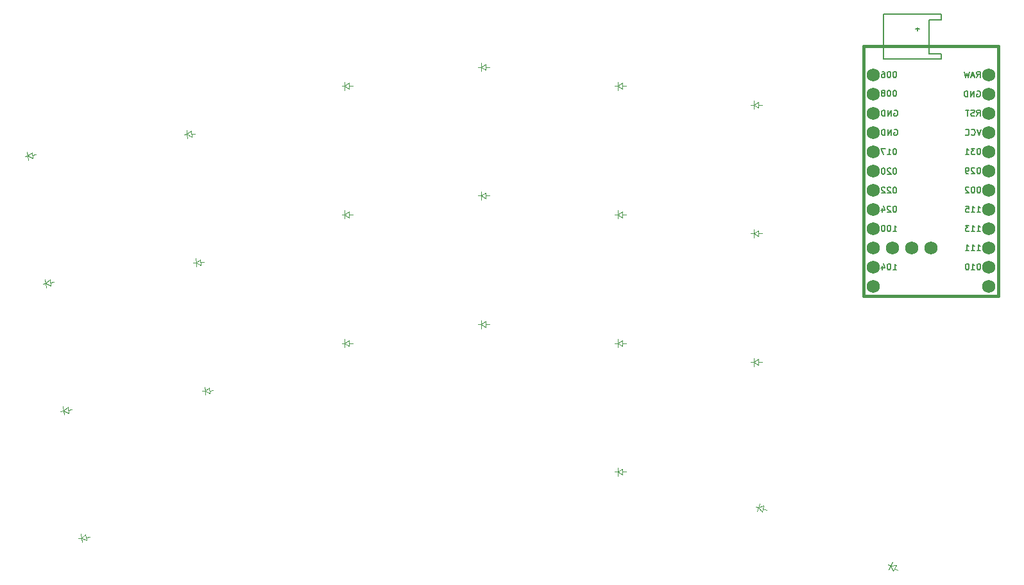
<source format=gbr>
%TF.GenerationSoftware,KiCad,Pcbnew,9.0.3*%
%TF.CreationDate,2025-07-25T16:03:50+02:00*%
%TF.ProjectId,left_pcb,6c656674-5f70-4636-922e-6b696361645f,v1.0.0*%
%TF.SameCoordinates,Original*%
%TF.FileFunction,Legend,Bot*%
%TF.FilePolarity,Positive*%
%FSLAX46Y46*%
G04 Gerber Fmt 4.6, Leading zero omitted, Abs format (unit mm)*
G04 Created by KiCad (PCBNEW 9.0.3) date 2025-07-25 16:03:50*
%MOMM*%
%LPD*%
G01*
G04 APERTURE LIST*
%ADD10C,0.150000*%
%ADD11C,0.100000*%
%ADD12C,0.381000*%
%ADD13C,1.752600*%
G04 APERTURE END LIST*
D10*
X194721141Y-101790351D02*
X194644951Y-101790351D01*
X194644951Y-101790351D02*
X194568760Y-101828446D01*
X194568760Y-101828446D02*
X194530665Y-101866541D01*
X194530665Y-101866541D02*
X194492570Y-101942732D01*
X194492570Y-101942732D02*
X194454475Y-102095113D01*
X194454475Y-102095113D02*
X194454475Y-102285589D01*
X194454475Y-102285589D02*
X194492570Y-102437970D01*
X194492570Y-102437970D02*
X194530665Y-102514160D01*
X194530665Y-102514160D02*
X194568760Y-102552256D01*
X194568760Y-102552256D02*
X194644951Y-102590351D01*
X194644951Y-102590351D02*
X194721141Y-102590351D01*
X194721141Y-102590351D02*
X194797332Y-102552256D01*
X194797332Y-102552256D02*
X194835427Y-102514160D01*
X194835427Y-102514160D02*
X194873522Y-102437970D01*
X194873522Y-102437970D02*
X194911618Y-102285589D01*
X194911618Y-102285589D02*
X194911618Y-102095113D01*
X194911618Y-102095113D02*
X194873522Y-101942732D01*
X194873522Y-101942732D02*
X194835427Y-101866541D01*
X194835427Y-101866541D02*
X194797332Y-101828446D01*
X194797332Y-101828446D02*
X194721141Y-101790351D01*
X193692570Y-102590351D02*
X194149713Y-102590351D01*
X193921141Y-102590351D02*
X193921141Y-101790351D01*
X193921141Y-101790351D02*
X193997332Y-101904636D01*
X193997332Y-101904636D02*
X194073522Y-101980827D01*
X194073522Y-101980827D02*
X194149713Y-102018922D01*
X193425903Y-101790351D02*
X192892569Y-101790351D01*
X192892569Y-101790351D02*
X193235427Y-102590351D01*
X194606855Y-99278446D02*
X194683045Y-99240351D01*
X194683045Y-99240351D02*
X194797331Y-99240351D01*
X194797331Y-99240351D02*
X194911617Y-99278446D01*
X194911617Y-99278446D02*
X194987807Y-99354636D01*
X194987807Y-99354636D02*
X195025902Y-99430827D01*
X195025902Y-99430827D02*
X195063998Y-99583208D01*
X195063998Y-99583208D02*
X195063998Y-99697494D01*
X195063998Y-99697494D02*
X195025902Y-99849875D01*
X195025902Y-99849875D02*
X194987807Y-99926065D01*
X194987807Y-99926065D02*
X194911617Y-100002256D01*
X194911617Y-100002256D02*
X194797331Y-100040351D01*
X194797331Y-100040351D02*
X194721140Y-100040351D01*
X194721140Y-100040351D02*
X194606855Y-100002256D01*
X194606855Y-100002256D02*
X194568759Y-99964160D01*
X194568759Y-99964160D02*
X194568759Y-99697494D01*
X194568759Y-99697494D02*
X194721140Y-99697494D01*
X194225902Y-100040351D02*
X194225902Y-99240351D01*
X194225902Y-99240351D02*
X193768759Y-100040351D01*
X193768759Y-100040351D02*
X193768759Y-99240351D01*
X193387807Y-100040351D02*
X193387807Y-99240351D01*
X193387807Y-99240351D02*
X193197331Y-99240351D01*
X193197331Y-99240351D02*
X193083045Y-99278446D01*
X193083045Y-99278446D02*
X193006855Y-99354636D01*
X193006855Y-99354636D02*
X192968760Y-99430827D01*
X192968760Y-99430827D02*
X192930664Y-99583208D01*
X192930664Y-99583208D02*
X192930664Y-99697494D01*
X192930664Y-99697494D02*
X192968760Y-99849875D01*
X192968760Y-99849875D02*
X193006855Y-99926065D01*
X193006855Y-99926065D02*
X193083045Y-100002256D01*
X193083045Y-100002256D02*
X193197331Y-100040351D01*
X193197331Y-100040351D02*
X193387807Y-100040351D01*
X194454475Y-117820351D02*
X194911618Y-117820351D01*
X194683046Y-117820351D02*
X194683046Y-117020351D01*
X194683046Y-117020351D02*
X194759237Y-117134636D01*
X194759237Y-117134636D02*
X194835427Y-117210827D01*
X194835427Y-117210827D02*
X194911618Y-117248922D01*
X193959236Y-117020351D02*
X193883046Y-117020351D01*
X193883046Y-117020351D02*
X193806855Y-117058446D01*
X193806855Y-117058446D02*
X193768760Y-117096541D01*
X193768760Y-117096541D02*
X193730665Y-117172732D01*
X193730665Y-117172732D02*
X193692570Y-117325113D01*
X193692570Y-117325113D02*
X193692570Y-117515589D01*
X193692570Y-117515589D02*
X193730665Y-117667970D01*
X193730665Y-117667970D02*
X193768760Y-117744160D01*
X193768760Y-117744160D02*
X193806855Y-117782256D01*
X193806855Y-117782256D02*
X193883046Y-117820351D01*
X193883046Y-117820351D02*
X193959236Y-117820351D01*
X193959236Y-117820351D02*
X194035427Y-117782256D01*
X194035427Y-117782256D02*
X194073522Y-117744160D01*
X194073522Y-117744160D02*
X194111617Y-117667970D01*
X194111617Y-117667970D02*
X194149713Y-117515589D01*
X194149713Y-117515589D02*
X194149713Y-117325113D01*
X194149713Y-117325113D02*
X194111617Y-117172732D01*
X194111617Y-117172732D02*
X194073522Y-117096541D01*
X194073522Y-117096541D02*
X194035427Y-117058446D01*
X194035427Y-117058446D02*
X193959236Y-117020351D01*
X193006855Y-117287017D02*
X193006855Y-117820351D01*
X193197331Y-116982256D02*
X193387808Y-117553684D01*
X193387808Y-117553684D02*
X192892569Y-117553684D01*
X194721141Y-106890353D02*
X194644951Y-106890353D01*
X194644951Y-106890353D02*
X194568760Y-106928448D01*
X194568760Y-106928448D02*
X194530665Y-106966543D01*
X194530665Y-106966543D02*
X194492570Y-107042734D01*
X194492570Y-107042734D02*
X194454475Y-107195115D01*
X194454475Y-107195115D02*
X194454475Y-107385591D01*
X194454475Y-107385591D02*
X194492570Y-107537972D01*
X194492570Y-107537972D02*
X194530665Y-107614162D01*
X194530665Y-107614162D02*
X194568760Y-107652258D01*
X194568760Y-107652258D02*
X194644951Y-107690353D01*
X194644951Y-107690353D02*
X194721141Y-107690353D01*
X194721141Y-107690353D02*
X194797332Y-107652258D01*
X194797332Y-107652258D02*
X194835427Y-107614162D01*
X194835427Y-107614162D02*
X194873522Y-107537972D01*
X194873522Y-107537972D02*
X194911618Y-107385591D01*
X194911618Y-107385591D02*
X194911618Y-107195115D01*
X194911618Y-107195115D02*
X194873522Y-107042734D01*
X194873522Y-107042734D02*
X194835427Y-106966543D01*
X194835427Y-106966543D02*
X194797332Y-106928448D01*
X194797332Y-106928448D02*
X194721141Y-106890353D01*
X194149713Y-106966543D02*
X194111617Y-106928448D01*
X194111617Y-106928448D02*
X194035427Y-106890353D01*
X194035427Y-106890353D02*
X193844951Y-106890353D01*
X193844951Y-106890353D02*
X193768760Y-106928448D01*
X193768760Y-106928448D02*
X193730665Y-106966543D01*
X193730665Y-106966543D02*
X193692570Y-107042734D01*
X193692570Y-107042734D02*
X193692570Y-107118924D01*
X193692570Y-107118924D02*
X193730665Y-107233210D01*
X193730665Y-107233210D02*
X194187808Y-107690353D01*
X194187808Y-107690353D02*
X193692570Y-107690353D01*
X193387808Y-106966543D02*
X193349712Y-106928448D01*
X193349712Y-106928448D02*
X193273522Y-106890353D01*
X193273522Y-106890353D02*
X193083046Y-106890353D01*
X193083046Y-106890353D02*
X193006855Y-106928448D01*
X193006855Y-106928448D02*
X192968760Y-106966543D01*
X192968760Y-106966543D02*
X192930665Y-107042734D01*
X192930665Y-107042734D02*
X192930665Y-107118924D01*
X192930665Y-107118924D02*
X192968760Y-107233210D01*
X192968760Y-107233210D02*
X193425903Y-107690353D01*
X193425903Y-107690353D02*
X192930665Y-107690353D01*
X205528856Y-110200351D02*
X205985999Y-110200351D01*
X205757427Y-110200351D02*
X205757427Y-109400351D01*
X205757427Y-109400351D02*
X205833618Y-109514636D01*
X205833618Y-109514636D02*
X205909808Y-109590827D01*
X205909808Y-109590827D02*
X205985999Y-109628922D01*
X204766951Y-110200351D02*
X205224094Y-110200351D01*
X204995522Y-110200351D02*
X204995522Y-109400351D01*
X204995522Y-109400351D02*
X205071713Y-109514636D01*
X205071713Y-109514636D02*
X205147903Y-109590827D01*
X205147903Y-109590827D02*
X205224094Y-109628922D01*
X204043141Y-109400351D02*
X204424093Y-109400351D01*
X204424093Y-109400351D02*
X204462189Y-109781303D01*
X204462189Y-109781303D02*
X204424093Y-109743208D01*
X204424093Y-109743208D02*
X204347903Y-109705113D01*
X204347903Y-109705113D02*
X204157427Y-109705113D01*
X204157427Y-109705113D02*
X204081236Y-109743208D01*
X204081236Y-109743208D02*
X204043141Y-109781303D01*
X204043141Y-109781303D02*
X204005046Y-109857494D01*
X204005046Y-109857494D02*
X204005046Y-110047970D01*
X204005046Y-110047970D02*
X204043141Y-110124160D01*
X204043141Y-110124160D02*
X204081236Y-110162256D01*
X204081236Y-110162256D02*
X204157427Y-110200351D01*
X204157427Y-110200351D02*
X204347903Y-110200351D01*
X204347903Y-110200351D02*
X204424093Y-110162256D01*
X204424093Y-110162256D02*
X204462189Y-110124160D01*
X194721142Y-109400349D02*
X194644952Y-109400349D01*
X194644952Y-109400349D02*
X194568761Y-109438444D01*
X194568761Y-109438444D02*
X194530666Y-109476539D01*
X194530666Y-109476539D02*
X194492571Y-109552730D01*
X194492571Y-109552730D02*
X194454476Y-109705111D01*
X194454476Y-109705111D02*
X194454476Y-109895587D01*
X194454476Y-109895587D02*
X194492571Y-110047968D01*
X194492571Y-110047968D02*
X194530666Y-110124158D01*
X194530666Y-110124158D02*
X194568761Y-110162254D01*
X194568761Y-110162254D02*
X194644952Y-110200349D01*
X194644952Y-110200349D02*
X194721142Y-110200349D01*
X194721142Y-110200349D02*
X194797333Y-110162254D01*
X194797333Y-110162254D02*
X194835428Y-110124158D01*
X194835428Y-110124158D02*
X194873523Y-110047968D01*
X194873523Y-110047968D02*
X194911619Y-109895587D01*
X194911619Y-109895587D02*
X194911619Y-109705111D01*
X194911619Y-109705111D02*
X194873523Y-109552730D01*
X194873523Y-109552730D02*
X194835428Y-109476539D01*
X194835428Y-109476539D02*
X194797333Y-109438444D01*
X194797333Y-109438444D02*
X194721142Y-109400349D01*
X194149714Y-109476539D02*
X194111618Y-109438444D01*
X194111618Y-109438444D02*
X194035428Y-109400349D01*
X194035428Y-109400349D02*
X193844952Y-109400349D01*
X193844952Y-109400349D02*
X193768761Y-109438444D01*
X193768761Y-109438444D02*
X193730666Y-109476539D01*
X193730666Y-109476539D02*
X193692571Y-109552730D01*
X193692571Y-109552730D02*
X193692571Y-109628920D01*
X193692571Y-109628920D02*
X193730666Y-109743206D01*
X193730666Y-109743206D02*
X194187809Y-110200349D01*
X194187809Y-110200349D02*
X193692571Y-110200349D01*
X193006856Y-109667015D02*
X193006856Y-110200349D01*
X193197332Y-109362254D02*
X193387809Y-109933682D01*
X193387809Y-109933682D02*
X192892570Y-109933682D01*
X206062189Y-99240351D02*
X205795522Y-100040351D01*
X205795522Y-100040351D02*
X205528856Y-99240351D01*
X204805046Y-99964160D02*
X204843142Y-100002256D01*
X204843142Y-100002256D02*
X204957427Y-100040351D01*
X204957427Y-100040351D02*
X205033618Y-100040351D01*
X205033618Y-100040351D02*
X205147904Y-100002256D01*
X205147904Y-100002256D02*
X205224094Y-99926065D01*
X205224094Y-99926065D02*
X205262189Y-99849875D01*
X205262189Y-99849875D02*
X205300285Y-99697494D01*
X205300285Y-99697494D02*
X205300285Y-99583208D01*
X205300285Y-99583208D02*
X205262189Y-99430827D01*
X205262189Y-99430827D02*
X205224094Y-99354636D01*
X205224094Y-99354636D02*
X205147904Y-99278446D01*
X205147904Y-99278446D02*
X205033618Y-99240351D01*
X205033618Y-99240351D02*
X204957427Y-99240351D01*
X204957427Y-99240351D02*
X204843142Y-99278446D01*
X204843142Y-99278446D02*
X204805046Y-99316541D01*
X204005046Y-99964160D02*
X204043142Y-100002256D01*
X204043142Y-100002256D02*
X204157427Y-100040351D01*
X204157427Y-100040351D02*
X204233618Y-100040351D01*
X204233618Y-100040351D02*
X204347904Y-100002256D01*
X204347904Y-100002256D02*
X204424094Y-99926065D01*
X204424094Y-99926065D02*
X204462189Y-99849875D01*
X204462189Y-99849875D02*
X204500285Y-99697494D01*
X204500285Y-99697494D02*
X204500285Y-99583208D01*
X204500285Y-99583208D02*
X204462189Y-99430827D01*
X204462189Y-99430827D02*
X204424094Y-99354636D01*
X204424094Y-99354636D02*
X204347904Y-99278446D01*
X204347904Y-99278446D02*
X204233618Y-99240351D01*
X204233618Y-99240351D02*
X204157427Y-99240351D01*
X204157427Y-99240351D02*
X204043142Y-99278446D01*
X204043142Y-99278446D02*
X204005046Y-99316541D01*
X205795522Y-101780351D02*
X205719332Y-101780351D01*
X205719332Y-101780351D02*
X205643141Y-101818446D01*
X205643141Y-101818446D02*
X205605046Y-101856541D01*
X205605046Y-101856541D02*
X205566951Y-101932732D01*
X205566951Y-101932732D02*
X205528856Y-102085113D01*
X205528856Y-102085113D02*
X205528856Y-102275589D01*
X205528856Y-102275589D02*
X205566951Y-102427970D01*
X205566951Y-102427970D02*
X205605046Y-102504160D01*
X205605046Y-102504160D02*
X205643141Y-102542256D01*
X205643141Y-102542256D02*
X205719332Y-102580351D01*
X205719332Y-102580351D02*
X205795522Y-102580351D01*
X205795522Y-102580351D02*
X205871713Y-102542256D01*
X205871713Y-102542256D02*
X205909808Y-102504160D01*
X205909808Y-102504160D02*
X205947903Y-102427970D01*
X205947903Y-102427970D02*
X205985999Y-102275589D01*
X205985999Y-102275589D02*
X205985999Y-102085113D01*
X205985999Y-102085113D02*
X205947903Y-101932732D01*
X205947903Y-101932732D02*
X205909808Y-101856541D01*
X205909808Y-101856541D02*
X205871713Y-101818446D01*
X205871713Y-101818446D02*
X205795522Y-101780351D01*
X205262189Y-101780351D02*
X204766951Y-101780351D01*
X204766951Y-101780351D02*
X205033617Y-102085113D01*
X205033617Y-102085113D02*
X204919332Y-102085113D01*
X204919332Y-102085113D02*
X204843141Y-102123208D01*
X204843141Y-102123208D02*
X204805046Y-102161303D01*
X204805046Y-102161303D02*
X204766951Y-102237494D01*
X204766951Y-102237494D02*
X204766951Y-102427970D01*
X204766951Y-102427970D02*
X204805046Y-102504160D01*
X204805046Y-102504160D02*
X204843141Y-102542256D01*
X204843141Y-102542256D02*
X204919332Y-102580351D01*
X204919332Y-102580351D02*
X205147903Y-102580351D01*
X205147903Y-102580351D02*
X205224094Y-102542256D01*
X205224094Y-102542256D02*
X205262189Y-102504160D01*
X204005046Y-102580351D02*
X204462189Y-102580351D01*
X204233617Y-102580351D02*
X204233617Y-101780351D01*
X204233617Y-101780351D02*
X204309808Y-101894636D01*
X204309808Y-101894636D02*
X204385998Y-101970827D01*
X204385998Y-101970827D02*
X204462189Y-102008922D01*
X205795522Y-106860351D02*
X205719332Y-106860351D01*
X205719332Y-106860351D02*
X205643141Y-106898446D01*
X205643141Y-106898446D02*
X205605046Y-106936541D01*
X205605046Y-106936541D02*
X205566951Y-107012732D01*
X205566951Y-107012732D02*
X205528856Y-107165113D01*
X205528856Y-107165113D02*
X205528856Y-107355589D01*
X205528856Y-107355589D02*
X205566951Y-107507970D01*
X205566951Y-107507970D02*
X205605046Y-107584160D01*
X205605046Y-107584160D02*
X205643141Y-107622256D01*
X205643141Y-107622256D02*
X205719332Y-107660351D01*
X205719332Y-107660351D02*
X205795522Y-107660351D01*
X205795522Y-107660351D02*
X205871713Y-107622256D01*
X205871713Y-107622256D02*
X205909808Y-107584160D01*
X205909808Y-107584160D02*
X205947903Y-107507970D01*
X205947903Y-107507970D02*
X205985999Y-107355589D01*
X205985999Y-107355589D02*
X205985999Y-107165113D01*
X205985999Y-107165113D02*
X205947903Y-107012732D01*
X205947903Y-107012732D02*
X205909808Y-106936541D01*
X205909808Y-106936541D02*
X205871713Y-106898446D01*
X205871713Y-106898446D02*
X205795522Y-106860351D01*
X205033617Y-106860351D02*
X204957427Y-106860351D01*
X204957427Y-106860351D02*
X204881236Y-106898446D01*
X204881236Y-106898446D02*
X204843141Y-106936541D01*
X204843141Y-106936541D02*
X204805046Y-107012732D01*
X204805046Y-107012732D02*
X204766951Y-107165113D01*
X204766951Y-107165113D02*
X204766951Y-107355589D01*
X204766951Y-107355589D02*
X204805046Y-107507970D01*
X204805046Y-107507970D02*
X204843141Y-107584160D01*
X204843141Y-107584160D02*
X204881236Y-107622256D01*
X204881236Y-107622256D02*
X204957427Y-107660351D01*
X204957427Y-107660351D02*
X205033617Y-107660351D01*
X205033617Y-107660351D02*
X205109808Y-107622256D01*
X205109808Y-107622256D02*
X205147903Y-107584160D01*
X205147903Y-107584160D02*
X205185998Y-107507970D01*
X205185998Y-107507970D02*
X205224094Y-107355589D01*
X205224094Y-107355589D02*
X205224094Y-107165113D01*
X205224094Y-107165113D02*
X205185998Y-107012732D01*
X205185998Y-107012732D02*
X205147903Y-106936541D01*
X205147903Y-106936541D02*
X205109808Y-106898446D01*
X205109808Y-106898446D02*
X205033617Y-106860351D01*
X204462189Y-106936541D02*
X204424093Y-106898446D01*
X204424093Y-106898446D02*
X204347903Y-106860351D01*
X204347903Y-106860351D02*
X204157427Y-106860351D01*
X204157427Y-106860351D02*
X204081236Y-106898446D01*
X204081236Y-106898446D02*
X204043141Y-106936541D01*
X204043141Y-106936541D02*
X204005046Y-107012732D01*
X204005046Y-107012732D02*
X204005046Y-107088922D01*
X204005046Y-107088922D02*
X204043141Y-107203208D01*
X204043141Y-107203208D02*
X204500284Y-107660351D01*
X204500284Y-107660351D02*
X204005046Y-107660351D01*
X205484427Y-92420351D02*
X205751094Y-92039398D01*
X205941570Y-92420351D02*
X205941570Y-91620351D01*
X205941570Y-91620351D02*
X205636808Y-91620351D01*
X205636808Y-91620351D02*
X205560618Y-91658446D01*
X205560618Y-91658446D02*
X205522523Y-91696541D01*
X205522523Y-91696541D02*
X205484427Y-91772732D01*
X205484427Y-91772732D02*
X205484427Y-91887017D01*
X205484427Y-91887017D02*
X205522523Y-91963208D01*
X205522523Y-91963208D02*
X205560618Y-92001303D01*
X205560618Y-92001303D02*
X205636808Y-92039398D01*
X205636808Y-92039398D02*
X205941570Y-92039398D01*
X205179666Y-92191779D02*
X204798713Y-92191779D01*
X205255856Y-92420351D02*
X204989189Y-91620351D01*
X204989189Y-91620351D02*
X204722523Y-92420351D01*
X204532047Y-91620351D02*
X204341571Y-92420351D01*
X204341571Y-92420351D02*
X204189190Y-91848922D01*
X204189190Y-91848922D02*
X204036809Y-92420351D01*
X204036809Y-92420351D02*
X203846333Y-91620351D01*
X205484426Y-97500351D02*
X205751093Y-97119398D01*
X205941569Y-97500351D02*
X205941569Y-96700351D01*
X205941569Y-96700351D02*
X205636807Y-96700351D01*
X205636807Y-96700351D02*
X205560617Y-96738446D01*
X205560617Y-96738446D02*
X205522522Y-96776541D01*
X205522522Y-96776541D02*
X205484426Y-96852732D01*
X205484426Y-96852732D02*
X205484426Y-96967017D01*
X205484426Y-96967017D02*
X205522522Y-97043208D01*
X205522522Y-97043208D02*
X205560617Y-97081303D01*
X205560617Y-97081303D02*
X205636807Y-97119398D01*
X205636807Y-97119398D02*
X205941569Y-97119398D01*
X205179665Y-97462256D02*
X205065379Y-97500351D01*
X205065379Y-97500351D02*
X204874903Y-97500351D01*
X204874903Y-97500351D02*
X204798712Y-97462256D01*
X204798712Y-97462256D02*
X204760617Y-97424160D01*
X204760617Y-97424160D02*
X204722522Y-97347970D01*
X204722522Y-97347970D02*
X204722522Y-97271779D01*
X204722522Y-97271779D02*
X204760617Y-97195589D01*
X204760617Y-97195589D02*
X204798712Y-97157494D01*
X204798712Y-97157494D02*
X204874903Y-97119398D01*
X204874903Y-97119398D02*
X205027284Y-97081303D01*
X205027284Y-97081303D02*
X205103474Y-97043208D01*
X205103474Y-97043208D02*
X205141569Y-97005113D01*
X205141569Y-97005113D02*
X205179665Y-96928922D01*
X205179665Y-96928922D02*
X205179665Y-96852732D01*
X205179665Y-96852732D02*
X205141569Y-96776541D01*
X205141569Y-96776541D02*
X205103474Y-96738446D01*
X205103474Y-96738446D02*
X205027284Y-96700351D01*
X205027284Y-96700351D02*
X204836807Y-96700351D01*
X204836807Y-96700351D02*
X204722522Y-96738446D01*
X204493950Y-96700351D02*
X204036807Y-96700351D01*
X204265379Y-97500351D02*
X204265379Y-96700351D01*
X194721141Y-91620351D02*
X194644951Y-91620351D01*
X194644951Y-91620351D02*
X194568760Y-91658446D01*
X194568760Y-91658446D02*
X194530665Y-91696541D01*
X194530665Y-91696541D02*
X194492570Y-91772732D01*
X194492570Y-91772732D02*
X194454475Y-91925113D01*
X194454475Y-91925113D02*
X194454475Y-92115589D01*
X194454475Y-92115589D02*
X194492570Y-92267970D01*
X194492570Y-92267970D02*
X194530665Y-92344160D01*
X194530665Y-92344160D02*
X194568760Y-92382256D01*
X194568760Y-92382256D02*
X194644951Y-92420351D01*
X194644951Y-92420351D02*
X194721141Y-92420351D01*
X194721141Y-92420351D02*
X194797332Y-92382256D01*
X194797332Y-92382256D02*
X194835427Y-92344160D01*
X194835427Y-92344160D02*
X194873522Y-92267970D01*
X194873522Y-92267970D02*
X194911618Y-92115589D01*
X194911618Y-92115589D02*
X194911618Y-91925113D01*
X194911618Y-91925113D02*
X194873522Y-91772732D01*
X194873522Y-91772732D02*
X194835427Y-91696541D01*
X194835427Y-91696541D02*
X194797332Y-91658446D01*
X194797332Y-91658446D02*
X194721141Y-91620351D01*
X193959236Y-91620351D02*
X193883046Y-91620351D01*
X193883046Y-91620351D02*
X193806855Y-91658446D01*
X193806855Y-91658446D02*
X193768760Y-91696541D01*
X193768760Y-91696541D02*
X193730665Y-91772732D01*
X193730665Y-91772732D02*
X193692570Y-91925113D01*
X193692570Y-91925113D02*
X193692570Y-92115589D01*
X193692570Y-92115589D02*
X193730665Y-92267970D01*
X193730665Y-92267970D02*
X193768760Y-92344160D01*
X193768760Y-92344160D02*
X193806855Y-92382256D01*
X193806855Y-92382256D02*
X193883046Y-92420351D01*
X193883046Y-92420351D02*
X193959236Y-92420351D01*
X193959236Y-92420351D02*
X194035427Y-92382256D01*
X194035427Y-92382256D02*
X194073522Y-92344160D01*
X194073522Y-92344160D02*
X194111617Y-92267970D01*
X194111617Y-92267970D02*
X194149713Y-92115589D01*
X194149713Y-92115589D02*
X194149713Y-91925113D01*
X194149713Y-91925113D02*
X194111617Y-91772732D01*
X194111617Y-91772732D02*
X194073522Y-91696541D01*
X194073522Y-91696541D02*
X194035427Y-91658446D01*
X194035427Y-91658446D02*
X193959236Y-91620351D01*
X193006855Y-91620351D02*
X193159236Y-91620351D01*
X193159236Y-91620351D02*
X193235427Y-91658446D01*
X193235427Y-91658446D02*
X193273522Y-91696541D01*
X193273522Y-91696541D02*
X193349712Y-91810827D01*
X193349712Y-91810827D02*
X193387808Y-91963208D01*
X193387808Y-91963208D02*
X193387808Y-92267970D01*
X193387808Y-92267970D02*
X193349712Y-92344160D01*
X193349712Y-92344160D02*
X193311617Y-92382256D01*
X193311617Y-92382256D02*
X193235427Y-92420351D01*
X193235427Y-92420351D02*
X193083046Y-92420351D01*
X193083046Y-92420351D02*
X193006855Y-92382256D01*
X193006855Y-92382256D02*
X192968760Y-92344160D01*
X192968760Y-92344160D02*
X192930665Y-92267970D01*
X192930665Y-92267970D02*
X192930665Y-92077494D01*
X192930665Y-92077494D02*
X192968760Y-92001303D01*
X192968760Y-92001303D02*
X193006855Y-91963208D01*
X193006855Y-91963208D02*
X193083046Y-91925113D01*
X193083046Y-91925113D02*
X193235427Y-91925113D01*
X193235427Y-91925113D02*
X193311617Y-91963208D01*
X193311617Y-91963208D02*
X193349712Y-92001303D01*
X193349712Y-92001303D02*
X193387808Y-92077494D01*
X205795522Y-104320351D02*
X205719332Y-104320351D01*
X205719332Y-104320351D02*
X205643141Y-104358446D01*
X205643141Y-104358446D02*
X205605046Y-104396541D01*
X205605046Y-104396541D02*
X205566951Y-104472732D01*
X205566951Y-104472732D02*
X205528856Y-104625113D01*
X205528856Y-104625113D02*
X205528856Y-104815589D01*
X205528856Y-104815589D02*
X205566951Y-104967970D01*
X205566951Y-104967970D02*
X205605046Y-105044160D01*
X205605046Y-105044160D02*
X205643141Y-105082256D01*
X205643141Y-105082256D02*
X205719332Y-105120351D01*
X205719332Y-105120351D02*
X205795522Y-105120351D01*
X205795522Y-105120351D02*
X205871713Y-105082256D01*
X205871713Y-105082256D02*
X205909808Y-105044160D01*
X205909808Y-105044160D02*
X205947903Y-104967970D01*
X205947903Y-104967970D02*
X205985999Y-104815589D01*
X205985999Y-104815589D02*
X205985999Y-104625113D01*
X205985999Y-104625113D02*
X205947903Y-104472732D01*
X205947903Y-104472732D02*
X205909808Y-104396541D01*
X205909808Y-104396541D02*
X205871713Y-104358446D01*
X205871713Y-104358446D02*
X205795522Y-104320351D01*
X205224094Y-104396541D02*
X205185998Y-104358446D01*
X205185998Y-104358446D02*
X205109808Y-104320351D01*
X205109808Y-104320351D02*
X204919332Y-104320351D01*
X204919332Y-104320351D02*
X204843141Y-104358446D01*
X204843141Y-104358446D02*
X204805046Y-104396541D01*
X204805046Y-104396541D02*
X204766951Y-104472732D01*
X204766951Y-104472732D02*
X204766951Y-104548922D01*
X204766951Y-104548922D02*
X204805046Y-104663208D01*
X204805046Y-104663208D02*
X205262189Y-105120351D01*
X205262189Y-105120351D02*
X204766951Y-105120351D01*
X204385998Y-105120351D02*
X204233617Y-105120351D01*
X204233617Y-105120351D02*
X204157427Y-105082256D01*
X204157427Y-105082256D02*
X204119331Y-105044160D01*
X204119331Y-105044160D02*
X204043141Y-104929875D01*
X204043141Y-104929875D02*
X204005046Y-104777494D01*
X204005046Y-104777494D02*
X204005046Y-104472732D01*
X204005046Y-104472732D02*
X204043141Y-104396541D01*
X204043141Y-104396541D02*
X204081236Y-104358446D01*
X204081236Y-104358446D02*
X204157427Y-104320351D01*
X204157427Y-104320351D02*
X204309808Y-104320351D01*
X204309808Y-104320351D02*
X204385998Y-104358446D01*
X204385998Y-104358446D02*
X204424093Y-104396541D01*
X204424093Y-104396541D02*
X204462189Y-104472732D01*
X204462189Y-104472732D02*
X204462189Y-104663208D01*
X204462189Y-104663208D02*
X204424093Y-104739398D01*
X204424093Y-104739398D02*
X204385998Y-104777494D01*
X204385998Y-104777494D02*
X204309808Y-104815589D01*
X204309808Y-104815589D02*
X204157427Y-104815589D01*
X204157427Y-104815589D02*
X204081236Y-104777494D01*
X204081236Y-104777494D02*
X204043141Y-104739398D01*
X204043141Y-104739398D02*
X204005046Y-104663208D01*
X194721141Y-104390351D02*
X194644951Y-104390351D01*
X194644951Y-104390351D02*
X194568760Y-104428446D01*
X194568760Y-104428446D02*
X194530665Y-104466541D01*
X194530665Y-104466541D02*
X194492570Y-104542732D01*
X194492570Y-104542732D02*
X194454475Y-104695113D01*
X194454475Y-104695113D02*
X194454475Y-104885589D01*
X194454475Y-104885589D02*
X194492570Y-105037970D01*
X194492570Y-105037970D02*
X194530665Y-105114160D01*
X194530665Y-105114160D02*
X194568760Y-105152256D01*
X194568760Y-105152256D02*
X194644951Y-105190351D01*
X194644951Y-105190351D02*
X194721141Y-105190351D01*
X194721141Y-105190351D02*
X194797332Y-105152256D01*
X194797332Y-105152256D02*
X194835427Y-105114160D01*
X194835427Y-105114160D02*
X194873522Y-105037970D01*
X194873522Y-105037970D02*
X194911618Y-104885589D01*
X194911618Y-104885589D02*
X194911618Y-104695113D01*
X194911618Y-104695113D02*
X194873522Y-104542732D01*
X194873522Y-104542732D02*
X194835427Y-104466541D01*
X194835427Y-104466541D02*
X194797332Y-104428446D01*
X194797332Y-104428446D02*
X194721141Y-104390351D01*
X194149713Y-104466541D02*
X194111617Y-104428446D01*
X194111617Y-104428446D02*
X194035427Y-104390351D01*
X194035427Y-104390351D02*
X193844951Y-104390351D01*
X193844951Y-104390351D02*
X193768760Y-104428446D01*
X193768760Y-104428446D02*
X193730665Y-104466541D01*
X193730665Y-104466541D02*
X193692570Y-104542732D01*
X193692570Y-104542732D02*
X193692570Y-104618922D01*
X193692570Y-104618922D02*
X193730665Y-104733208D01*
X193730665Y-104733208D02*
X194187808Y-105190351D01*
X194187808Y-105190351D02*
X193692570Y-105190351D01*
X193197331Y-104390351D02*
X193121141Y-104390351D01*
X193121141Y-104390351D02*
X193044950Y-104428446D01*
X193044950Y-104428446D02*
X193006855Y-104466541D01*
X193006855Y-104466541D02*
X192968760Y-104542732D01*
X192968760Y-104542732D02*
X192930665Y-104695113D01*
X192930665Y-104695113D02*
X192930665Y-104885589D01*
X192930665Y-104885589D02*
X192968760Y-105037970D01*
X192968760Y-105037970D02*
X193006855Y-105114160D01*
X193006855Y-105114160D02*
X193044950Y-105152256D01*
X193044950Y-105152256D02*
X193121141Y-105190351D01*
X193121141Y-105190351D02*
X193197331Y-105190351D01*
X193197331Y-105190351D02*
X193273522Y-105152256D01*
X193273522Y-105152256D02*
X193311617Y-105114160D01*
X193311617Y-105114160D02*
X193349712Y-105037970D01*
X193349712Y-105037970D02*
X193387808Y-104885589D01*
X193387808Y-104885589D02*
X193387808Y-104695113D01*
X193387808Y-104695113D02*
X193349712Y-104542732D01*
X193349712Y-104542732D02*
X193311617Y-104466541D01*
X193311617Y-104466541D02*
X193273522Y-104428446D01*
X193273522Y-104428446D02*
X193197331Y-104390351D01*
X194721141Y-94090351D02*
X194644951Y-94090351D01*
X194644951Y-94090351D02*
X194568760Y-94128446D01*
X194568760Y-94128446D02*
X194530665Y-94166541D01*
X194530665Y-94166541D02*
X194492570Y-94242732D01*
X194492570Y-94242732D02*
X194454475Y-94395113D01*
X194454475Y-94395113D02*
X194454475Y-94585589D01*
X194454475Y-94585589D02*
X194492570Y-94737970D01*
X194492570Y-94737970D02*
X194530665Y-94814160D01*
X194530665Y-94814160D02*
X194568760Y-94852256D01*
X194568760Y-94852256D02*
X194644951Y-94890351D01*
X194644951Y-94890351D02*
X194721141Y-94890351D01*
X194721141Y-94890351D02*
X194797332Y-94852256D01*
X194797332Y-94852256D02*
X194835427Y-94814160D01*
X194835427Y-94814160D02*
X194873522Y-94737970D01*
X194873522Y-94737970D02*
X194911618Y-94585589D01*
X194911618Y-94585589D02*
X194911618Y-94395113D01*
X194911618Y-94395113D02*
X194873522Y-94242732D01*
X194873522Y-94242732D02*
X194835427Y-94166541D01*
X194835427Y-94166541D02*
X194797332Y-94128446D01*
X194797332Y-94128446D02*
X194721141Y-94090351D01*
X193959236Y-94090351D02*
X193883046Y-94090351D01*
X193883046Y-94090351D02*
X193806855Y-94128446D01*
X193806855Y-94128446D02*
X193768760Y-94166541D01*
X193768760Y-94166541D02*
X193730665Y-94242732D01*
X193730665Y-94242732D02*
X193692570Y-94395113D01*
X193692570Y-94395113D02*
X193692570Y-94585589D01*
X193692570Y-94585589D02*
X193730665Y-94737970D01*
X193730665Y-94737970D02*
X193768760Y-94814160D01*
X193768760Y-94814160D02*
X193806855Y-94852256D01*
X193806855Y-94852256D02*
X193883046Y-94890351D01*
X193883046Y-94890351D02*
X193959236Y-94890351D01*
X193959236Y-94890351D02*
X194035427Y-94852256D01*
X194035427Y-94852256D02*
X194073522Y-94814160D01*
X194073522Y-94814160D02*
X194111617Y-94737970D01*
X194111617Y-94737970D02*
X194149713Y-94585589D01*
X194149713Y-94585589D02*
X194149713Y-94395113D01*
X194149713Y-94395113D02*
X194111617Y-94242732D01*
X194111617Y-94242732D02*
X194073522Y-94166541D01*
X194073522Y-94166541D02*
X194035427Y-94128446D01*
X194035427Y-94128446D02*
X193959236Y-94090351D01*
X193235427Y-94433208D02*
X193311617Y-94395113D01*
X193311617Y-94395113D02*
X193349712Y-94357017D01*
X193349712Y-94357017D02*
X193387808Y-94280827D01*
X193387808Y-94280827D02*
X193387808Y-94242732D01*
X193387808Y-94242732D02*
X193349712Y-94166541D01*
X193349712Y-94166541D02*
X193311617Y-94128446D01*
X193311617Y-94128446D02*
X193235427Y-94090351D01*
X193235427Y-94090351D02*
X193083046Y-94090351D01*
X193083046Y-94090351D02*
X193006855Y-94128446D01*
X193006855Y-94128446D02*
X192968760Y-94166541D01*
X192968760Y-94166541D02*
X192930665Y-94242732D01*
X192930665Y-94242732D02*
X192930665Y-94280827D01*
X192930665Y-94280827D02*
X192968760Y-94357017D01*
X192968760Y-94357017D02*
X193006855Y-94395113D01*
X193006855Y-94395113D02*
X193083046Y-94433208D01*
X193083046Y-94433208D02*
X193235427Y-94433208D01*
X193235427Y-94433208D02*
X193311617Y-94471303D01*
X193311617Y-94471303D02*
X193349712Y-94509398D01*
X193349712Y-94509398D02*
X193387808Y-94585589D01*
X193387808Y-94585589D02*
X193387808Y-94737970D01*
X193387808Y-94737970D02*
X193349712Y-94814160D01*
X193349712Y-94814160D02*
X193311617Y-94852256D01*
X193311617Y-94852256D02*
X193235427Y-94890351D01*
X193235427Y-94890351D02*
X193083046Y-94890351D01*
X193083046Y-94890351D02*
X193006855Y-94852256D01*
X193006855Y-94852256D02*
X192968760Y-94814160D01*
X192968760Y-94814160D02*
X192930665Y-94737970D01*
X192930665Y-94737970D02*
X192930665Y-94585589D01*
X192930665Y-94585589D02*
X192968760Y-94509398D01*
X192968760Y-94509398D02*
X193006855Y-94471303D01*
X193006855Y-94471303D02*
X193083046Y-94433208D01*
X205528856Y-112740351D02*
X205985999Y-112740351D01*
X205757427Y-112740351D02*
X205757427Y-111940351D01*
X205757427Y-111940351D02*
X205833618Y-112054636D01*
X205833618Y-112054636D02*
X205909808Y-112130827D01*
X205909808Y-112130827D02*
X205985999Y-112168922D01*
X204766951Y-112740351D02*
X205224094Y-112740351D01*
X204995522Y-112740351D02*
X204995522Y-111940351D01*
X204995522Y-111940351D02*
X205071713Y-112054636D01*
X205071713Y-112054636D02*
X205147903Y-112130827D01*
X205147903Y-112130827D02*
X205224094Y-112168922D01*
X204500284Y-111940351D02*
X204005046Y-111940351D01*
X204005046Y-111940351D02*
X204271712Y-112245113D01*
X204271712Y-112245113D02*
X204157427Y-112245113D01*
X204157427Y-112245113D02*
X204081236Y-112283208D01*
X204081236Y-112283208D02*
X204043141Y-112321303D01*
X204043141Y-112321303D02*
X204005046Y-112397494D01*
X204005046Y-112397494D02*
X204005046Y-112587970D01*
X204005046Y-112587970D02*
X204043141Y-112664160D01*
X204043141Y-112664160D02*
X204081236Y-112702256D01*
X204081236Y-112702256D02*
X204157427Y-112740351D01*
X204157427Y-112740351D02*
X204385998Y-112740351D01*
X204385998Y-112740351D02*
X204462189Y-112702256D01*
X204462189Y-112702256D02*
X204500284Y-112664160D01*
X194606855Y-96738446D02*
X194683045Y-96700351D01*
X194683045Y-96700351D02*
X194797331Y-96700351D01*
X194797331Y-96700351D02*
X194911617Y-96738446D01*
X194911617Y-96738446D02*
X194987807Y-96814636D01*
X194987807Y-96814636D02*
X195025902Y-96890827D01*
X195025902Y-96890827D02*
X195063998Y-97043208D01*
X195063998Y-97043208D02*
X195063998Y-97157494D01*
X195063998Y-97157494D02*
X195025902Y-97309875D01*
X195025902Y-97309875D02*
X194987807Y-97386065D01*
X194987807Y-97386065D02*
X194911617Y-97462256D01*
X194911617Y-97462256D02*
X194797331Y-97500351D01*
X194797331Y-97500351D02*
X194721140Y-97500351D01*
X194721140Y-97500351D02*
X194606855Y-97462256D01*
X194606855Y-97462256D02*
X194568759Y-97424160D01*
X194568759Y-97424160D02*
X194568759Y-97157494D01*
X194568759Y-97157494D02*
X194721140Y-97157494D01*
X194225902Y-97500351D02*
X194225902Y-96700351D01*
X194225902Y-96700351D02*
X193768759Y-97500351D01*
X193768759Y-97500351D02*
X193768759Y-96700351D01*
X193387807Y-97500351D02*
X193387807Y-96700351D01*
X193387807Y-96700351D02*
X193197331Y-96700351D01*
X193197331Y-96700351D02*
X193083045Y-96738446D01*
X193083045Y-96738446D02*
X193006855Y-96814636D01*
X193006855Y-96814636D02*
X192968760Y-96890827D01*
X192968760Y-96890827D02*
X192930664Y-97043208D01*
X192930664Y-97043208D02*
X192930664Y-97157494D01*
X192930664Y-97157494D02*
X192968760Y-97309875D01*
X192968760Y-97309875D02*
X193006855Y-97386065D01*
X193006855Y-97386065D02*
X193083045Y-97462256D01*
X193083045Y-97462256D02*
X193197331Y-97500351D01*
X193197331Y-97500351D02*
X193387807Y-97500351D01*
X205528856Y-115280351D02*
X205985999Y-115280351D01*
X205757427Y-115280351D02*
X205757427Y-114480351D01*
X205757427Y-114480351D02*
X205833618Y-114594636D01*
X205833618Y-114594636D02*
X205909808Y-114670827D01*
X205909808Y-114670827D02*
X205985999Y-114708922D01*
X204766951Y-115280351D02*
X205224094Y-115280351D01*
X204995522Y-115280351D02*
X204995522Y-114480351D01*
X204995522Y-114480351D02*
X205071713Y-114594636D01*
X205071713Y-114594636D02*
X205147903Y-114670827D01*
X205147903Y-114670827D02*
X205224094Y-114708922D01*
X204005046Y-115280351D02*
X204462189Y-115280351D01*
X204233617Y-115280351D02*
X204233617Y-114480351D01*
X204233617Y-114480351D02*
X204309808Y-114594636D01*
X204309808Y-114594636D02*
X204385998Y-114670827D01*
X204385998Y-114670827D02*
X204462189Y-114708922D01*
X205522522Y-94198446D02*
X205598712Y-94160351D01*
X205598712Y-94160351D02*
X205712998Y-94160351D01*
X205712998Y-94160351D02*
X205827284Y-94198446D01*
X205827284Y-94198446D02*
X205903474Y-94274636D01*
X205903474Y-94274636D02*
X205941569Y-94350827D01*
X205941569Y-94350827D02*
X205979665Y-94503208D01*
X205979665Y-94503208D02*
X205979665Y-94617494D01*
X205979665Y-94617494D02*
X205941569Y-94769875D01*
X205941569Y-94769875D02*
X205903474Y-94846065D01*
X205903474Y-94846065D02*
X205827284Y-94922256D01*
X205827284Y-94922256D02*
X205712998Y-94960351D01*
X205712998Y-94960351D02*
X205636807Y-94960351D01*
X205636807Y-94960351D02*
X205522522Y-94922256D01*
X205522522Y-94922256D02*
X205484426Y-94884160D01*
X205484426Y-94884160D02*
X205484426Y-94617494D01*
X205484426Y-94617494D02*
X205636807Y-94617494D01*
X205141569Y-94960351D02*
X205141569Y-94160351D01*
X205141569Y-94160351D02*
X204684426Y-94960351D01*
X204684426Y-94960351D02*
X204684426Y-94160351D01*
X204303474Y-94960351D02*
X204303474Y-94160351D01*
X204303474Y-94160351D02*
X204112998Y-94160351D01*
X204112998Y-94160351D02*
X203998712Y-94198446D01*
X203998712Y-94198446D02*
X203922522Y-94274636D01*
X203922522Y-94274636D02*
X203884427Y-94350827D01*
X203884427Y-94350827D02*
X203846331Y-94503208D01*
X203846331Y-94503208D02*
X203846331Y-94617494D01*
X203846331Y-94617494D02*
X203884427Y-94769875D01*
X203884427Y-94769875D02*
X203922522Y-94846065D01*
X203922522Y-94846065D02*
X203998712Y-94922256D01*
X203998712Y-94922256D02*
X204112998Y-94960351D01*
X204112998Y-94960351D02*
X204303474Y-94960351D01*
X194454475Y-112740351D02*
X194911618Y-112740351D01*
X194683046Y-112740351D02*
X194683046Y-111940351D01*
X194683046Y-111940351D02*
X194759237Y-112054636D01*
X194759237Y-112054636D02*
X194835427Y-112130827D01*
X194835427Y-112130827D02*
X194911618Y-112168922D01*
X193959236Y-111940351D02*
X193883046Y-111940351D01*
X193883046Y-111940351D02*
X193806855Y-111978446D01*
X193806855Y-111978446D02*
X193768760Y-112016541D01*
X193768760Y-112016541D02*
X193730665Y-112092732D01*
X193730665Y-112092732D02*
X193692570Y-112245113D01*
X193692570Y-112245113D02*
X193692570Y-112435589D01*
X193692570Y-112435589D02*
X193730665Y-112587970D01*
X193730665Y-112587970D02*
X193768760Y-112664160D01*
X193768760Y-112664160D02*
X193806855Y-112702256D01*
X193806855Y-112702256D02*
X193883046Y-112740351D01*
X193883046Y-112740351D02*
X193959236Y-112740351D01*
X193959236Y-112740351D02*
X194035427Y-112702256D01*
X194035427Y-112702256D02*
X194073522Y-112664160D01*
X194073522Y-112664160D02*
X194111617Y-112587970D01*
X194111617Y-112587970D02*
X194149713Y-112435589D01*
X194149713Y-112435589D02*
X194149713Y-112245113D01*
X194149713Y-112245113D02*
X194111617Y-112092732D01*
X194111617Y-112092732D02*
X194073522Y-112016541D01*
X194073522Y-112016541D02*
X194035427Y-111978446D01*
X194035427Y-111978446D02*
X193959236Y-111940351D01*
X193197331Y-111940351D02*
X193121141Y-111940351D01*
X193121141Y-111940351D02*
X193044950Y-111978446D01*
X193044950Y-111978446D02*
X193006855Y-112016541D01*
X193006855Y-112016541D02*
X192968760Y-112092732D01*
X192968760Y-112092732D02*
X192930665Y-112245113D01*
X192930665Y-112245113D02*
X192930665Y-112435589D01*
X192930665Y-112435589D02*
X192968760Y-112587970D01*
X192968760Y-112587970D02*
X193006855Y-112664160D01*
X193006855Y-112664160D02*
X193044950Y-112702256D01*
X193044950Y-112702256D02*
X193121141Y-112740351D01*
X193121141Y-112740351D02*
X193197331Y-112740351D01*
X193197331Y-112740351D02*
X193273522Y-112702256D01*
X193273522Y-112702256D02*
X193311617Y-112664160D01*
X193311617Y-112664160D02*
X193349712Y-112587970D01*
X193349712Y-112587970D02*
X193387808Y-112435589D01*
X193387808Y-112435589D02*
X193387808Y-112245113D01*
X193387808Y-112245113D02*
X193349712Y-112092732D01*
X193349712Y-112092732D02*
X193311617Y-112016541D01*
X193311617Y-112016541D02*
X193273522Y-111978446D01*
X193273522Y-111978446D02*
X193197331Y-111940351D01*
X205795522Y-117020351D02*
X205719332Y-117020351D01*
X205719332Y-117020351D02*
X205643141Y-117058446D01*
X205643141Y-117058446D02*
X205605046Y-117096541D01*
X205605046Y-117096541D02*
X205566951Y-117172732D01*
X205566951Y-117172732D02*
X205528856Y-117325113D01*
X205528856Y-117325113D02*
X205528856Y-117515589D01*
X205528856Y-117515589D02*
X205566951Y-117667970D01*
X205566951Y-117667970D02*
X205605046Y-117744160D01*
X205605046Y-117744160D02*
X205643141Y-117782256D01*
X205643141Y-117782256D02*
X205719332Y-117820351D01*
X205719332Y-117820351D02*
X205795522Y-117820351D01*
X205795522Y-117820351D02*
X205871713Y-117782256D01*
X205871713Y-117782256D02*
X205909808Y-117744160D01*
X205909808Y-117744160D02*
X205947903Y-117667970D01*
X205947903Y-117667970D02*
X205985999Y-117515589D01*
X205985999Y-117515589D02*
X205985999Y-117325113D01*
X205985999Y-117325113D02*
X205947903Y-117172732D01*
X205947903Y-117172732D02*
X205909808Y-117096541D01*
X205909808Y-117096541D02*
X205871713Y-117058446D01*
X205871713Y-117058446D02*
X205795522Y-117020351D01*
X204766951Y-117820351D02*
X205224094Y-117820351D01*
X204995522Y-117820351D02*
X204995522Y-117020351D01*
X204995522Y-117020351D02*
X205071713Y-117134636D01*
X205071713Y-117134636D02*
X205147903Y-117210827D01*
X205147903Y-117210827D02*
X205224094Y-117248922D01*
X204271712Y-117020351D02*
X204195522Y-117020351D01*
X204195522Y-117020351D02*
X204119331Y-117058446D01*
X204119331Y-117058446D02*
X204081236Y-117096541D01*
X204081236Y-117096541D02*
X204043141Y-117172732D01*
X204043141Y-117172732D02*
X204005046Y-117325113D01*
X204005046Y-117325113D02*
X204005046Y-117515589D01*
X204005046Y-117515589D02*
X204043141Y-117667970D01*
X204043141Y-117667970D02*
X204081236Y-117744160D01*
X204081236Y-117744160D02*
X204119331Y-117782256D01*
X204119331Y-117782256D02*
X204195522Y-117820351D01*
X204195522Y-117820351D02*
X204271712Y-117820351D01*
X204271712Y-117820351D02*
X204347903Y-117782256D01*
X204347903Y-117782256D02*
X204385998Y-117744160D01*
X204385998Y-117744160D02*
X204424093Y-117667970D01*
X204424093Y-117667970D02*
X204462189Y-117515589D01*
X204462189Y-117515589D02*
X204462189Y-117325113D01*
X204462189Y-117325113D02*
X204424093Y-117172732D01*
X204424093Y-117172732D02*
X204385998Y-117096541D01*
X204385998Y-117096541D02*
X204347903Y-117058446D01*
X204347903Y-117058446D02*
X204271712Y-117020351D01*
D11*
%TO.C,D3*%
X82247420Y-119663211D02*
X82643527Y-119607542D01*
X82643527Y-119607542D02*
X82566982Y-119062894D01*
X82643527Y-119607542D02*
X82720072Y-120152189D01*
X82643527Y-119607542D02*
X83182019Y-119127930D01*
X83182019Y-119127930D02*
X83293357Y-119920145D01*
X83237688Y-119524038D02*
X83732822Y-119454451D01*
X83293357Y-119920145D02*
X82643527Y-119607542D01*
%TO.C,D8*%
X121708336Y-127528058D02*
X122108337Y-127528055D01*
X122108337Y-127528055D02*
X122108336Y-128078058D01*
X122108337Y-127528055D02*
X122108337Y-126978055D01*
X122108337Y-127528055D02*
X122708337Y-127128055D01*
X122708337Y-127128055D02*
X122708337Y-127928055D01*
X122708337Y-127528055D02*
X123208338Y-127528052D01*
X122708337Y-127928055D02*
X122108337Y-127528055D01*
%TO.C,D14*%
X157708335Y-144528058D02*
X158108336Y-144528055D01*
X158108336Y-144528055D02*
X158108335Y-145078058D01*
X158108336Y-144528055D02*
X158108336Y-143978055D01*
X158108336Y-144528055D02*
X158708336Y-144128055D01*
X158708336Y-144128055D02*
X158708336Y-144928055D01*
X158708336Y-144528055D02*
X159208337Y-144528052D01*
X158708336Y-144928055D02*
X158108336Y-144528055D01*
%TO.C,D12*%
X139708334Y-108028057D02*
X140108335Y-108028054D01*
X140108335Y-108028054D02*
X140108334Y-108578057D01*
X140108335Y-108028054D02*
X140108335Y-107478054D01*
X140108335Y-108028054D02*
X140708335Y-107628054D01*
X140708335Y-107628054D02*
X140708335Y-108428054D01*
X140708335Y-108028054D02*
X141208336Y-108028051D01*
X140708335Y-108428054D02*
X140108335Y-108028054D01*
%TO.C,D2*%
X84613363Y-136497770D02*
X85009470Y-136442101D01*
X85009470Y-136442101D02*
X84932925Y-135897453D01*
X85009470Y-136442101D02*
X85086015Y-136986748D01*
X85009470Y-136442101D02*
X85547962Y-135962489D01*
X85547962Y-135962489D02*
X85659300Y-136754704D01*
X85603631Y-136358597D02*
X86098765Y-136289010D01*
X85659300Y-136754704D02*
X85009470Y-136442101D01*
%TO.C,D9*%
X121708336Y-110528057D02*
X122108337Y-110528054D01*
X122108337Y-110528054D02*
X122108336Y-111078057D01*
X122108337Y-110528054D02*
X122108337Y-109978054D01*
X122108337Y-110528054D02*
X122708337Y-110128054D01*
X122708337Y-110128054D02*
X122708337Y-110928054D01*
X122708337Y-110528054D02*
X123208338Y-110528051D01*
X122708337Y-110928054D02*
X122108337Y-110528054D01*
%TO.C,D18*%
X175708333Y-130028056D02*
X176108334Y-130028053D01*
X176108334Y-130028053D02*
X176108333Y-130578056D01*
X176108334Y-130028053D02*
X176108334Y-129478053D01*
X176108334Y-130028053D02*
X176708334Y-129628053D01*
X176708334Y-129628053D02*
X176708334Y-130428053D01*
X176708334Y-130028053D02*
X177208335Y-130028050D01*
X176708334Y-130428053D02*
X176108334Y-130028053D01*
D10*
%TO.C,JST1*%
X193208337Y-89978057D02*
X200808337Y-89978057D01*
X193208340Y-84078057D02*
X193208337Y-89978057D01*
X197708337Y-85778057D02*
X197708335Y-86278057D01*
X197958337Y-86028057D02*
X197458337Y-86028057D01*
X199208337Y-84778057D02*
X200808337Y-84778057D01*
X199208337Y-89278057D02*
X199208337Y-84778057D01*
X200808332Y-89278055D02*
X199208337Y-89278057D01*
X200808337Y-84778057D02*
X200808338Y-84078056D01*
X200808337Y-89978057D02*
X200808332Y-89278055D01*
X200808338Y-84078056D02*
X193208340Y-84078057D01*
D11*
%TO.C,D1*%
X86979305Y-153332330D02*
X87375412Y-153276661D01*
X87375412Y-153276661D02*
X87298867Y-152732013D01*
X87375412Y-153276661D02*
X87451957Y-153821308D01*
X87375412Y-153276661D02*
X87913904Y-152797049D01*
X87913904Y-152797049D02*
X88025242Y-153589264D01*
X87969573Y-153193157D02*
X88464707Y-153123570D01*
X88025242Y-153589264D02*
X87375412Y-153276661D01*
%TO.C,D19*%
X175708335Y-113028058D02*
X176108336Y-113028055D01*
X176108336Y-113028055D02*
X176108335Y-113578058D01*
X176108336Y-113028055D02*
X176108336Y-112478055D01*
X176108336Y-113028055D02*
X176708336Y-112628055D01*
X176708336Y-112628055D02*
X176708336Y-113428055D01*
X176708336Y-113028055D02*
X177208337Y-113028052D01*
X176708336Y-113428055D02*
X176108336Y-113028055D01*
%TO.C,D11*%
X139708332Y-125028058D02*
X140108333Y-125028055D01*
X140108333Y-125028055D02*
X140108332Y-125578058D01*
X140108333Y-125028055D02*
X140108333Y-124478055D01*
X140108333Y-125028055D02*
X140708333Y-124628055D01*
X140708333Y-124628055D02*
X140708333Y-125428055D01*
X140708333Y-125028055D02*
X141208334Y-125028052D01*
X140708333Y-125428055D02*
X140108333Y-125028055D01*
%TO.C,D6*%
X102079856Y-116894451D02*
X102478881Y-116866549D01*
X102478881Y-116866549D02*
X102440514Y-116317889D01*
X102478881Y-116866549D02*
X102517248Y-117415209D01*
X102478881Y-116866549D02*
X103049517Y-116425669D01*
X103049517Y-116425669D02*
X103105323Y-117223721D01*
X103077420Y-116824695D02*
X103576202Y-116789817D01*
X103105323Y-117223721D02*
X102478881Y-116866549D01*
%TO.C,D22*%
X193793557Y-156740005D02*
X194139967Y-156940005D01*
X194139967Y-156940005D02*
X193864967Y-157416319D01*
X194139967Y-156940005D02*
X194414966Y-156463694D01*
X194139967Y-156940005D02*
X194859582Y-156893595D01*
X194459582Y-157586415D02*
X194139967Y-156940005D01*
X194659582Y-157240003D02*
X195092595Y-157490005D01*
X194859582Y-156893595D02*
X194459582Y-157586415D01*
%TO.C,D17*%
X157708336Y-93528055D02*
X158108337Y-93528052D01*
X158108337Y-93528052D02*
X158108336Y-94078055D01*
X158108337Y-93528052D02*
X158108337Y-92978052D01*
X158108337Y-93528052D02*
X158708337Y-93128052D01*
X158708337Y-93128052D02*
X158708337Y-93928052D01*
X158708337Y-93528052D02*
X159208338Y-93528049D01*
X158708337Y-93928052D02*
X158108337Y-93528052D01*
%TO.C,D20*%
X175708333Y-96028063D02*
X176108334Y-96028060D01*
X176108334Y-96028060D02*
X176108333Y-96578063D01*
X176108334Y-96028060D02*
X176108334Y-95478060D01*
X176108334Y-96028060D02*
X176708334Y-95628060D01*
X176708334Y-95628060D02*
X176708334Y-96428060D01*
X176708334Y-96028060D02*
X177208335Y-96028057D01*
X176708334Y-96428060D02*
X176108334Y-96028060D01*
D12*
%TO.C,MCU1*%
X190568332Y-88248056D02*
X190568332Y-121268056D01*
X190568332Y-121268056D02*
X208348332Y-121268056D01*
X208348332Y-88248056D02*
X190568332Y-88248056D01*
X208348332Y-121268056D02*
X208348332Y-88248056D01*
D11*
%TO.C,D10*%
X121708334Y-93528054D02*
X122108335Y-93528051D01*
X122108335Y-93528051D02*
X122108334Y-94078054D01*
X122108335Y-93528051D02*
X122108335Y-92978051D01*
X122108335Y-93528051D02*
X122708335Y-93128051D01*
X122708335Y-93128051D02*
X122708335Y-93928051D01*
X122708335Y-93528051D02*
X123208336Y-93528048D01*
X122708335Y-93928051D02*
X122108335Y-93528051D01*
%TO.C,D21*%
X176310384Y-149146531D02*
X176696754Y-149250059D01*
X176696754Y-149250059D02*
X176554406Y-149781319D01*
X176696754Y-149250059D02*
X176839101Y-148718798D01*
X176696754Y-149250059D02*
X177379837Y-149018980D01*
X177172779Y-149791721D02*
X176696754Y-149250059D01*
X177276309Y-149405351D02*
X177759272Y-149534761D01*
X177379837Y-149018980D02*
X177172779Y-149791721D01*
%TO.C,D15*%
X157708333Y-127528060D02*
X158108334Y-127528057D01*
X158108334Y-127528057D02*
X158108333Y-128078060D01*
X158108334Y-127528057D02*
X158108334Y-126978057D01*
X158108334Y-127528057D02*
X158708334Y-127128057D01*
X158708334Y-127128057D02*
X158708334Y-127928057D01*
X158708334Y-127528057D02*
X159208335Y-127528054D01*
X158708334Y-127928057D02*
X158108334Y-127528057D01*
%TO.C,D5*%
X103265715Y-133853037D02*
X103664740Y-133825135D01*
X103664740Y-133825135D02*
X103626373Y-133276475D01*
X103664740Y-133825135D02*
X103703107Y-134373795D01*
X103664740Y-133825135D02*
X104235376Y-133384255D01*
X104235376Y-133384255D02*
X104291182Y-134182307D01*
X104263279Y-133783281D02*
X104762061Y-133748403D01*
X104291182Y-134182307D02*
X103664740Y-133825135D01*
%TO.C,D4*%
X79881478Y-102828656D02*
X80277585Y-102772987D01*
X80277585Y-102772987D02*
X80201040Y-102228339D01*
X80277585Y-102772987D02*
X80354130Y-103317634D01*
X80277585Y-102772987D02*
X80816077Y-102293375D01*
X80816077Y-102293375D02*
X80927415Y-103085590D01*
X80871746Y-102689483D02*
X81366880Y-102619896D01*
X80927415Y-103085590D02*
X80277585Y-102772987D01*
%TO.C,D7*%
X100893995Y-99935864D02*
X101293020Y-99907962D01*
X101293020Y-99907962D02*
X101254653Y-99359302D01*
X101293020Y-99907962D02*
X101331387Y-100456622D01*
X101293020Y-99907962D02*
X101863656Y-99467082D01*
X101863656Y-99467082D02*
X101919462Y-100265134D01*
X101891559Y-99866108D02*
X102390341Y-99831230D01*
X101919462Y-100265134D02*
X101293020Y-99907962D01*
%TO.C,D13*%
X139708334Y-91028057D02*
X140108335Y-91028054D01*
X140108335Y-91028054D02*
X140108334Y-91578057D01*
X140108335Y-91028054D02*
X140108335Y-90478054D01*
X140108335Y-91028054D02*
X140708335Y-90628054D01*
X140708335Y-90628054D02*
X140708335Y-91428054D01*
X140708335Y-91028054D02*
X141208336Y-91028051D01*
X140708335Y-91428054D02*
X140108335Y-91028054D01*
%TO.C,D16*%
X157708336Y-110528055D02*
X158108337Y-110528052D01*
X158108337Y-110528052D02*
X158108336Y-111078055D01*
X158108337Y-110528052D02*
X158108337Y-109978052D01*
X158108337Y-110528052D02*
X158708337Y-110128052D01*
X158708337Y-110128052D02*
X158708337Y-110928052D01*
X158708337Y-110528052D02*
X159208338Y-110528049D01*
X158708337Y-110928052D02*
X158108337Y-110528052D01*
%TD*%
D13*
%TO.C,MCU1*%
X191838332Y-92058056D03*
X191838330Y-94598057D03*
X191838332Y-97138056D03*
X191838332Y-99678056D03*
X191838332Y-102218056D03*
X191838332Y-104758056D03*
X191838332Y-107298056D03*
X191838332Y-109838056D03*
X191838332Y-112378056D03*
X191838332Y-114918056D03*
X191838331Y-117458059D03*
X191838332Y-119998056D03*
X207078332Y-119998056D03*
X207078334Y-117458055D03*
X207078332Y-114918056D03*
X207078332Y-112378056D03*
X207078332Y-109838056D03*
X207078332Y-107298056D03*
X207078332Y-104758056D03*
X207078332Y-102218056D03*
X207078332Y-99678056D03*
X207078332Y-97138056D03*
X207078333Y-94598053D03*
X207078332Y-92058056D03*
X194378332Y-114918056D03*
X196918332Y-114918056D03*
X199458332Y-114918056D03*
%TD*%
M02*

</source>
